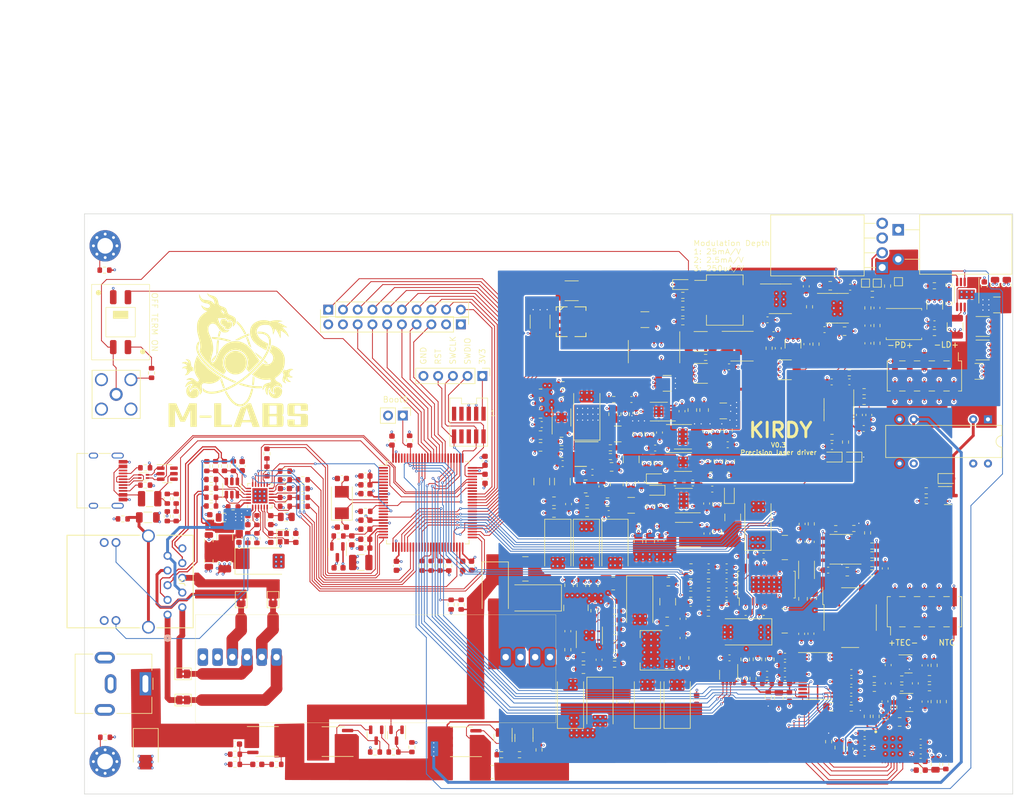
<source format=kicad_pcb>
(kicad_pcb (version 20221018) (generator pcbnew)

  (general
    (thickness 1.6)
  )

  (paper "A4")
  (layers
    (0 "F.Cu" jumper)
    (1 "In1.Cu" signal)
    (2 "In2.Cu" signal)
    (31 "B.Cu" signal)
    (32 "B.Adhes" user "B.Adhesive")
    (33 "F.Adhes" user "F.Adhesive")
    (34 "B.Paste" user)
    (35 "F.Paste" user)
    (36 "B.SilkS" user "B.Silkscreen")
    (37 "F.SilkS" user "F.Silkscreen")
    (38 "B.Mask" user)
    (39 "F.Mask" user)
    (40 "Dwgs.User" user "User.Drawings")
    (41 "Cmts.User" user "User.Comments")
    (42 "Eco1.User" user "User.Eco1")
    (43 "Eco2.User" user "User.Eco2")
    (44 "Edge.Cuts" user)
    (45 "Margin" user)
    (46 "B.CrtYd" user "B.Courtyard")
    (47 "F.CrtYd" user "F.Courtyard")
    (48 "B.Fab" user)
    (49 "F.Fab" user)
    (50 "User.1" user)
    (51 "User.2" user)
    (52 "User.3" user)
    (53 "User.4" user)
    (54 "User.5" user)
    (55 "User.6" user)
    (56 "User.7" user)
    (57 "User.8" user)
    (58 "User.9" user)
  )

  (setup
    (stackup
      (layer "F.SilkS" (type "Top Silk Screen"))
      (layer "F.Paste" (type "Top Solder Paste"))
      (layer "F.Mask" (type "Top Solder Mask") (thickness 0.01))
      (layer "F.Cu" (type "copper") (thickness 0.035))
      (layer "dielectric 1" (type "core") (thickness 0.48) (material "FR4") (epsilon_r 4.5) (loss_tangent 0.02))
      (layer "In1.Cu" (type "copper") (thickness 0.035))
      (layer "dielectric 2" (type "prepreg") (thickness 0.48) (material "FR4") (epsilon_r 4.5) (loss_tangent 0.02))
      (layer "In2.Cu" (type "copper") (thickness 0.035))
      (layer "dielectric 3" (type "core") (thickness 0.48) (material "FR4") (epsilon_r 4.5) (loss_tangent 0.02))
      (layer "B.Cu" (type "copper") (thickness 0.035))
      (layer "B.Mask" (type "Bottom Solder Mask") (thickness 0.01))
      (layer "B.Paste" (type "Bottom Solder Paste"))
      (layer "B.SilkS" (type "Bottom Silk Screen"))
      (copper_finish "ENIG")
      (dielectric_constraints no)
    )
    (pad_to_mask_clearance 0)
    (pcbplotparams
      (layerselection 0x00010fc_ffffffff)
      (plot_on_all_layers_selection 0x0000000_00000000)
      (disableapertmacros false)
      (usegerberextensions true)
      (usegerberattributes false)
      (usegerberadvancedattributes false)
      (creategerberjobfile true)
      (dashed_line_dash_ratio 12.000000)
      (dashed_line_gap_ratio 3.000000)
      (svgprecision 6)
      (plotframeref false)
      (viasonmask false)
      (mode 1)
      (useauxorigin false)
      (hpglpennumber 1)
      (hpglpenspeed 20)
      (hpglpendiameter 15.000000)
      (dxfpolygonmode true)
      (dxfimperialunits true)
      (dxfusepcbnewfont true)
      (psnegative false)
      (psa4output false)
      (plotreference false)
      (plotvalue false)
      (plotinvisibletext false)
      (sketchpadsonfab false)
      (subtractmaskfromsilk true)
      (outputformat 1)
      (mirror false)
      (drillshape 0)
      (scaleselection 1)
      (outputdirectory "gerbers")
    )
  )

  (net 0 "")
  (net 1 "+5VA")
  (net 2 "GND")
  (net 3 "Net-(U1-VOUT_F)")
  (net 4 "Net-(U4--)")
  (net 5 "Net-(U2-OUT)")
  (net 6 "Net-(U4-+)")
  (net 7 "+9VA")
  (net 8 "-6V")
  (net 9 "+15V")
  (net 10 "Net-(U6-+)")
  (net 11 "Net-(C13-Pad2)")
  (net 12 "/MCU/PD_MON")
  (net 13 "Net-(C18-Pad2)")
  (net 14 "Net-(C18-Pad1)")
  (net 15 "Net-(U5B-+)")
  (net 16 "+3V3")
  (net 17 "Net-(U6--)")
  (net 18 "Net-(Q2-G)")
  (net 19 "/MCU/VREF")
  (net 20 "+12V")
  (net 21 "Net-(C25-Pad2)")
  (net 22 "Net-(C26-Pad2)")
  (net 23 "Net-(C26-Pad1)")
  (net 24 "Net-(C27-Pad1)")
  (net 25 "/driveStage/PD_C")
  (net 26 "Net-(C28-Pad1)")
  (net 27 "-9V")
  (net 28 "IN")
  (net 29 "Net-(U8-VCAP_1)")
  (net 30 "Net-(U8-VCAP_2)")
  (net 31 "Net-(C52-Pad1)")
  (net 32 "Net-(U8-PH0)")
  (net 33 "Net-(U8-PH1)")
  (net 34 "/MCU/VDDA")
  (net 35 "Net-(D6-K)")
  (net 36 "Net-(D5-A)")
  (net 37 "Net-(U9-C+)")
  (net 38 "Net-(D5-K)")
  (net 39 "Net-(C57-Pad1)")
  (net 40 "+9V")
  (net 41 "+8V")
  (net 42 "+3.3VA")
  (net 43 "/thermostat/DAC_REF")
  (net 44 "Net-(U9-C-)")
  (net 45 "Net-(D7-A)")
  (net 46 "Net-(U16-PGFB)")
  (net 47 "/thermostat/MAXV")
  (net 48 "/thermostat/MAXIP")
  (net 49 "/thermostat/MAXIN")
  (net 50 "Net-(U11-EN{slash}UV)")
  (net 51 "Net-(U12-EN{slash}UV)")
  (net 52 "Net-(U13-EN{slash}UV)")
  (net 53 "/MCU/TEC_ISEN")
  (net 54 "Net-(U15-EN{slash}UV)")
  (net 55 "/MCU/TEC_VREF")
  (net 56 "Net-(U14-EN{slash}UV)")
  (net 57 "Net-(U11-SET)")
  (net 58 "Net-(U16-SET)")
  (net 59 "+5V")
  (net 60 "Net-(U12-SET)")
  (net 61 "Net-(U13-SET)")
  (net 62 "Net-(U14-SET)")
  (net 63 "Net-(U15-SET)")
  (net 64 "Net-(U19-REGCAPD)")
  (net 65 "Net-(U18-REGCAPD)")
  (net 66 "Net-(U21-CTLI)")
  (net 67 "Net-(U18-REFOUT)")
  (net 68 "Net-(U18-REGCAPA)")
  (net 69 "Net-(U19-REGCAPA)")
  (net 70 "Net-(U21-COMP)")
  (net 71 "Net-(U21-CS)")
  (net 72 "Net-(U21-OS2)")
  (net 73 "/Ehternet/AVDDT_PHY")
  (net 74 "/Ehternet/ETH_SHIELD")
  (net 75 "Net-(U23-VIN)")
  (net 76 "Net-(U23-SS{slash}TR)")
  (net 77 "/MCU/RST")
  (net 78 "Net-(FB12-Pad1)")
  (net 79 "/thermostat/TEC+")
  (net 80 "/thermostat/TEC-")
  (net 81 "Net-(U23-BOOT)")
  (net 82 "/MCU/USB_DP")
  (net 83 "/MCU/USB_DN")
  (net 84 "/MCU/SWDIO")
  (net 85 "/MCU/SWCLK")
  (net 86 "Net-(U23-COMP)")
  (net 87 "Net-(Q3-E)")
  (net 88 "Net-(D10-A1)")
  (net 89 "Net-(Q4-G)")
  (net 90 "Net-(U24-VI)")
  (net 91 "Net-(U26-XTAL2)")
  (net 92 "Net-(U26-XTAL1)")
  (net 93 "Net-(U26-VDDCR)")
  (net 94 "Net-(D1-A2)")
  (net 95 "/driveStage/LD-")
  (net 96 "/thermostat/NTC+")
  (net 97 "/thermostat/NTC-")
  (net 98 "Net-(D4-A)")
  (net 99 "Net-(U27-VBUS)")
  (net 100 "Net-(L3-Pad1)")
  (net 101 "Net-(U21-OS1)")
  (net 102 "Net-(FL2-Pad4)")
  (net 103 "Net-(FL2-Pad1)")
  (net 104 "Net-(J4-Pin_8)")
  (net 105 "Net-(J4-Pin_7)")
  (net 106 "Net-(J4-Pin_6)")
  (net 107 "Net-(J4-Pin_5)")
  (net 108 "Net-(J4-Pin_4)")
  (net 109 "Net-(J4-Pin_3)")
  (net 110 "Net-(J5-Pin_10)")
  (net 111 "Net-(J5-Pin_9)")
  (net 112 "Net-(J5-Pin_8)")
  (net 113 "Net-(J5-Pin_7)")
  (net 114 "Net-(J5-Pin_6)")
  (net 115 "Net-(J5-Pin_5)")
  (net 116 "Net-(J5-Pin_4)")
  (net 117 "Net-(J5-Pin_3)")
  (net 118 "Net-(J5-Pin_2)")
  (net 119 "Net-(J5-Pin_1)")
  (net 120 "unconnected-(J6-Pin_6-Pad6)")
  (net 121 "/MCU/PWM_MAXV")
  (net 122 "/MCU/PWM_MAXIP")
  (net 123 "/MCU/PWM_MAXIN")
  (net 124 "unconnected-(J6-Pin_7-Pad7)")
  (net 125 "unconnected-(J6-Pin_8-Pad8)")
  (net 126 "unconnected-(J6-Pin_9-Pad9)")
  (net 127 "/MCU/TEC_VSEN")
  (net 128 "/Ehternet/POE_VC2-")
  (net 129 "/Ehternet/POE_VC1-")
  (net 130 "/MCU/POE_PWR_SRC")
  (net 131 "/Ehternet/RMII_RXD0")
  (net 132 "/Ehternet/POE_VC2+")
  (net 133 "/Ehternet/RMII_RXD1")
  (net 134 "/Ehternet/POE_VC1+")
  (net 135 "/Ehternet/RMII_CRS_DV")
  (net 136 "/Ehternet/RMII_REF_CLK")
  (net 137 "/Ehternet/RMII_MDIO")
  (net 138 "Net-(J9-Pad11)")
  (net 139 "/Ehternet/ETH_LED_1")
  (net 140 "Net-(J9-Pad13)")
  (net 141 "/Ehternet/PHY_TD_P")
  (net 142 "/Ehternet/PHY_TD_N")
  (net 143 "/Ehternet/PHY_RD_P")
  (net 144 "/Ehternet/PHY_RD_N")
  (net 145 "/Ehternet/ETH_LED_2")
  (net 146 "unconnected-(J10-SBU2-PadB8)")
  (net 147 "Net-(J10-CC2)")
  (net 148 "/MCU/USB_VBUS")
  (net 149 "/MCU/LDAC_LOAD")
  (net 150 "/MCU/LDAC_CLK")
  (net 151 "/MCU/LDAC_MOSI")
  (net 152 "/MCU/LDAC_CS")
  (net 153 "/MCU/TADC_SYNC")
  (net 154 "/MCU/TADC_MISO")
  (net 155 "/MCU/TDAC_MOSI")
  (net 156 "/MCU/TADC_CLK")
  (net 157 "/MCU/TDAC_CLK")
  (net 158 "/MCU/TADC_CS")
  (net 159 "/MCU/TDAC_SYNC")
  (net 160 "/MCU/TADC_MOSI")
  (net 161 "unconnected-(J10-SBU1-PadA8)")
  (net 162 "Net-(J10-CC1)")
  (net 163 "Net-(JP1-A)")
  (net 164 "Net-(JP2-B)")
  (net 165 "Net-(JP3-B)")
  (net 166 "Net-(JP4-B)")
  (net 167 "Net-(JP5-B)")
  (net 168 "Net-(L4-Pad1)")
  (net 169 "Net-(Q9-E)")
  (net 170 "Net-(Q1-G)")
  (net 171 "Net-(Q2-S-Pad1)")
  (net 172 "Net-(Q3-B)")
  (net 173 "Net-(Q5-G)")
  (net 174 "/Ehternet/RMII_MDC")
  (net 175 "/Ehternet/PHY_NRST")
  (net 176 "Net-(Q6-B)")
  (net 177 "Net-(Q7-B)")
  (net 178 "Net-(Q8-G)")
  (net 179 "Net-(Q9-B)")
  (net 180 "Net-(R3-Pad2)")
  (net 181 "/Ehternet/RMII_TX_EN")
  (net 182 "/Ehternet/RMII_TXD0")
  (net 183 "/Ehternet/RMII_TXD1")
  (net 184 "Net-(R5-Pad2)")
  (net 185 "Net-(U3--)")
  (net 186 "Net-(U5B--)")
  (net 187 "Net-(U7-OUT)")
  (net 188 "Net-(U8-PE8)")
  (net 189 "Net-(U8-PE9)")
  (net 190 "Net-(U8-PE10)")
  (net 191 "Net-(U8-PE11)")
  (net 192 "Net-(U16-ILIM)")
  (net 193 "Net-(U10-SET)")
  (net 194 "Net-(U17-VFB)")
  (net 195 "Net-(U20B--)")
  (net 196 "Net-(U18-AIN0)")
  (net 197 "Net-(U18-AIN1)")
  (net 198 "Net-(U19-AIN0{slash}REF2-)")
  (net 199 "Net-(U19-AIN1{slash}REF2+)")
  (net 200 "unconnected-(K1-Pad14)")
  (net 201 "Net-(U20A-+)")
  (net 202 "Net-(U20A--)")
  (net 203 "Net-(U23-EN)")
  (net 204 "Net-(U23-RT{slash}CLK)")
  (net 205 "Net-(U23-VSENSE)")
  (net 206 "Net-(U26-RXD0)")
  (net 207 "Net-(U26-RXD1)")
  (net 208 "Net-(U26-CRS_DV)")
  (net 209 "Net-(U26-nINT)")
  (net 210 "Net-(U26-RXER)")
  (net 211 "Net-(U26-RBIAS)")
  (net 212 "Net-(U3-+)")
  (net 213 "Net-(U1-VOUT_S)")
  (net 214 "unconnected-(U2-INV-Pad13)")
  (net 215 "unconnected-(U2-NC-Pad9)")
  (net 216 "unconnected-(U2-RFB-Pad1)")
  (net 217 "unconnected-(U8-PE1-Pad98)")
  (net 218 "unconnected-(U8-PE0-Pad97)")
  (net 219 "unconnected-(U8-PB9-Pad96)")
  (net 220 "unconnected-(U8-PA10-Pad69)")
  (net 221 "unconnected-(U8-PA8-Pad67)")
  (net 222 "unconnected-(U8-PE15-Pad46)")
  (net 223 "unconnected-(U8-PE14-Pad45)")
  (net 224 "/MCU/LD_EN")
  (net 225 "unconnected-(U8-PE13-Pad44)")
  (net 226 "unconnected-(U8-PE12-Pad43)")
  (net 227 "unconnected-(U8-PE7-Pad38)")
  (net 228 "unconnected-(U8-PB2-Pad37)")
  (net 229 "/MCU/TEC_~{SHDN}")
  (net 230 "Net-(H1-Pad1)")
  (net 231 "Net-(H2-Pad1)")
  (net 232 "/MCU/~{LD_SHORT}")
  (net 233 "unconnected-(U8-PC2-Pad17)")
  (net 234 "unconnected-(U8-PC0-Pad15)")
  (net 235 "unconnected-(U8-PC15-Pad9)")
  (net 236 "unconnected-(U8-PC14-Pad8)")
  (net 237 "unconnected-(U8-PC13-Pad7)")
  (net 238 "unconnected-(U8-PE6-Pad5)")
  (net 239 "unconnected-(U8-PE5-Pad4)")
  (net 240 "unconnected-(U8-PE4-Pad3)")
  (net 241 "unconnected-(U8-PE3-Pad2)")
  (net 242 "unconnected-(U8-PE2-Pad1)")
  (net 243 "12Vin")
  (net 244 "unconnected-(U9-NC-Pad12)")
  (net 245 "unconnected-(U9-NC-Pad7)")
  (net 246 "unconnected-(U9-NC-Pad6)")
  (net 247 "unconnected-(U9-NC-Pad3)")
  (net 248 "unconnected-(U9-NC-Pad1)")
  (net 249 "unconnected-(U10-ILIM-Pad5)")
  (net 250 "unconnected-(U11-PG-Pad4)")
  (net 251 "unconnected-(U12-PG-Pad5)")
  (net 252 "unconnected-(U13-PG-Pad4)")
  (net 253 "unconnected-(U14-VIOC-Pad7)")
  (net 254 "unconnected-(U14-PG-Pad4)")
  (net 255 "unconnected-(U15-PG-Pad4)")
  (net 256 "unconnected-(U16-PG-Pad5)")
  (net 257 "unconnected-(U18-GPIO1-Pad20)")
  (net 258 "unconnected-(U18-GPIO0-Pad19)")
  (net 259 "unconnected-(U18-XTAL2{slash}CLKIO-Pad10)")
  (net 260 "unconnected-(U18-XTAL1-Pad9)")
  (net 261 "unconnected-(U19-DNC-Pad3)")
  (net 262 "unconnected-(U19-PDSW-Pad8)")
  (net 263 "unconnected-(U19-XTAL1-Pad9)")
  (net 264 "unconnected-(U19-XTAL2{slash}CLKIO-Pad10)")
  (net 265 "unconnected-(U19-~{ERROR}-Pad15)")
  (net 266 "unconnected-(U19-GPIO0-Pad20)")
  (net 267 "unconnected-(U19-GPIO1-Pad21)")
  (net 268 "unconnected-(U19-GPIO2-Pad22)")
  (net 269 "unconnected-(U19-AIN2-Pad23)")
  (net 270 "unconnected-(U19-AIN3-Pad24)")
  (net 271 "unconnected-(U19-AIN4-Pad25)")
  (net 272 "unconnected-(U19-AIN5-Pad26)")
  (net 273 "unconnected-(U19-AIN6-Pad27)")
  (net 274 "unconnected-(U19-AIN7-Pad28)")
  (net 275 "unconnected-(U19-AIN8-Pad29)")
  (net 276 "unconnected-(U19-GPO3-Pad30)")
  (net 277 "Net-(U20B-+)")
  (net 278 "unconnected-(U22-NC-Pad2)")
  (net 279 "unconnected-(U22-NC-Pad1)")
  (net 280 "unconnected-(U23-PWRGD-Pad14)")
  (net 281 "unconnected-(U27-I{slash}O4-Pad6)")
  (net 282 "unconnected-(U27-I{slash}O3-Pad4)")
  (net 283 "/Ehternet/RJ45_RD_N")
  (net 284 "/Ehternet/RJ45_RD_P")
  (net 285 "/Ehternet/RJ45_TD_N")
  (net 286 "/Ehternet/RJ45_TD_P")
  (net 287 "/thermostat/ADC1_REF")
  (net 288 "/thermostat/ADC1_A3V3")
  (net 289 "/thermostat/ADC1_D3V3")
  (net 290 "/thermostat/ADC2_D3V3")
  (net 291 "/thermostat/ADC2_A3V3")
  (net 292 "/thermostat/ADC2_REF")
  (net 293 "Net-(C124-Pad1)")
  (net 294 "Net-(C125-Pad1)")
  (net 295 "Net-(C126-Pad1)")
  (net 296 "Net-(C156-Pad2)")
  (net 297 "Net-(C157-Pad2)")
  (net 298 "Net-(C166-Pad2)")
  (net 299 "Net-(C167-Pad2)")
  (net 300 "Net-(C177-Pad2)")
  (net 301 "Net-(C178-Pad1)")
  (net 302 "Net-(C179-Pad1)")
  (net 303 "Net-(C187-Pad2)")
  (net 304 "Net-(C188-Pad1)")
  (net 305 "Net-(C208-Pad1)")
  (net 306 "Net-(R7-Pad2)")
  (net 307 "Net-(R23-Pad2)")
  (net 308 "unconnected-(R25-Pad3)")
  (net 309 "Net-(R35-Pad2)")
  (net 310 "Net-(R66-Pad2)")
  (net 311 "Net-(R121-Pad2)")
  (net 312 "Net-(R122-Pad1)")
  (net 313 "unconnected-(J4-Pin_9-Pad9)")
  (net 314 "/MCU/TERM_STAT")

  (footprint "Resistor_SMD:R_0603_1608Metric" (layer "F.Cu") (at 34.544 45.8338 180))

  (footprint "Resistor_SMD:R_0603_1608Metric" (layer "F.Cu") (at 56.4334 91.9319 90))

  (footprint "Capacitor_SMD:C_0603_1608Metric" (layer "F.Cu") (at 34.544 47.3578))

  (footprint "Capacitor_SMD:C_0603_1608Metric" (layer "F.Cu") (at 138.5316 80.9498 90))

  (footprint "Package_TO_SOT_SMD:SOT-23" (layer "F.Cu") (at 50.2782 89.8694 -90))

  (footprint "Capacitor_SMD:C_0805_2012Metric" (layer "F.Cu") (at 103.4288 76.5556 -90))

  (footprint "Inductor_SMD:L_1210_3225Metric" (layer "F.Cu") (at 47.617 60.0964))

  (footprint "Capacitor_SMD:C_0603_1608Metric" (layer "F.Cu") (at 104.4956 63.9706 180))

  (footprint "Capacitor_SMD:C_0603_1608Metric" (layer "F.Cu") (at 78.8126 36.3114 180))

  (footprint "Capacitor_SMD:C_0603_1608Metric" (layer "F.Cu") (at 138.0236 61.1124 90))

  (footprint "Package_QFP:LQFP-100_14x14mm_P0.5mm" (layer "F.Cu") (at 59.182 49.7798))

  (footprint "Capacitor_SMD:C_0603_1608Metric" (layer "F.Cu") (at 104.4956 67.1332 180))

  (footprint "Resistor_SMD:R_0603_1608Metric" (layer "F.Cu") (at 33.0855 94.896))

  (footprint "Resistor_SMD:R_0603_1608Metric" (layer "F.Cu") (at 37.6308 47.3578 180))

  (footprint "Inductor_SMD:L_1008_2520Metric" (layer "F.Cu") (at 91.7448 46.6344 -90))

  (footprint "Capacitor_SMD:C_0603_1608Metric" (layer "F.Cu") (at 110.6875 60.8397))

  (footprint "Capacitor_SMD:C_0805_2012Metric" (layer "F.Cu") (at 94.1832 46.3922 -90))

  (footprint "Resistor_SMD:R_0603_1608Metric" (layer "F.Cu") (at 115.239 80.0856 -90))

  (footprint "Resistor_SMD:R_0603_1608Metric" (layer "F.Cu") (at 37.6308 45.8338 180))

  (footprint "Resistor_SMD:R_0603_1608Metric" (layer "F.Cu") (at 132.1684 85.191))

  (footprint "Resistor_SMD:R_0603_1608Metric" (layer "F.Cu") (at 104.4956 62.3984))

  (footprint "Resistor_SMD:R_0603_1608Metric" (layer "F.Cu") (at 78.35 92.4 90))

  (footprint "Capacitor_SMD:C_0603_1608Metric" (layer "F.Cu") (at 135.0256 22.3134 -90))

  (footprint "Capacitor_SMD:C_0603_1608Metric" (layer "F.Cu") (at 99.3394 50.1786 90))

  (footprint "Diode_SMD:D_SMB" (layer "F.Cu") (at 10.5615 92.364 -90))

  (footprint "Capacitor_SMD:C_0603_1608Metric" (layer "F.Cu") (at 78.8126 32.7046 180))

  (footprint "Resistor_SMD:R_0603_1608Metric" (layer "F.Cu") (at 21.844 50.355))

  (footprint "Resistor_SMD:R_0603_1608Metric" (layer "F.Cu") (at 145.0848 47.7352))

  (footprint "Capacitor_SMD:C_0805_2012Metric" (layer "F.Cu") (at 82.2198 41.2662 180))

  (footprint "Package_SO:SOIC-8-1EP_3.9x4.9mm_P1.27mm_EP2.29x3mm" (layer "F.Cu") (at 119.9378 14.6424))

  (footprint "Capacitor_SMD:C_0805_2012Metric" (layer "F.Cu") (at 86.0044 76.3524 180))

  (footprint "Package_TO_SOT_SMD:SOT-23-6" (layer "F.Cu") (at 25.4 47.2562 90))

  (footprint "Connector_BarrelJack:BarrelJack_CUI_PJ-063AH_Horizontal" (layer "F.Cu") (at 10.5 81 -90))

  (footprint "Capacitor_SMD:C_1812_4532Metric" (layer "F.Cu") (at 154.813 23.4696))

  (footprint "Resistor_SMD:R_0603_1608Metric" (layer "F.Cu") (at 136.144 81.788))

  (footprint "Capacitor_SMD:C_0603_1608Metric" (layer "F.Cu") (at 144.137 91.059))

  (footprint "Resistor_SMD:R_0603_1608Metric" (layer "F.Cu") (at 104.5423 60.8397))

  (footprint "Resistor_SMD:R_0603_1608Metric" (layer "F.Cu") (at 148.463 94.869 90))

  (footprint "Resistor_SMD:R_0603_1608Metric" (layer "F.Cu") (at 107.823 39.7994))

  (footprint "Package_TO_SOT_THT:TO-220F-4_Horizontal_TabDown" (layer "F.Cu") (at 137.5 9.25 90))

  (footprint "Capacitor_SMD:C_0603_1608Metric" (layer "F.Cu") (at 117.6528 79.3496 180))

  (footprint "Capacitor_SMD:C_0603_1608Metric" (layer "F.Cu") (at 99.1108 37.6936 -90))

  (footprint "Capacitor_SMD:C_0603_1608Metric" (layer "F.Cu")
    (tstamp 18b8fa11-6bc8-4019-aac3-0eea023d7ea8)
    (at 113.652 80.0602 -90)
    (descr "Capacitor SMD 0603 (1608 Metric), square (rectangular) end terminal, IPC_7351 nominal, (Body size source: IPC-SM-782 page 76, https://www.pcb-3d.com/wordpress/wp-content/uploads/ipc-sm-782a_amendment_1_and_2.pdf), generated with kicad-footprint-generator")
    (tags "capacitor")
    (property "MFR_PN" "CL10B104KB8NNWC")
    (property "MFR_PN_ALT" "CL10B104KB8NNNL")
    (property "Sheetfile" "thermostat.kicad_sch")
    (property "Sheetname" "thermostat")
    (property "ki_description" "Unpolarized capacitor")
    (property "ki_keywords" "cap capacitor")
    (path "/bda728c0-b189-4e05-8d4f-58a38acf883b/d924e105-c32c-494b-9c01-fb97e5dab91b")
    (attr smd)
    (fp_text reference "C117" (at 0 -1.43 90) (layer "F.SilkS") hide
        (effects (font (size 1 1) (thickness 0.15)))
      (tstamp f9ad1429-39d7-47ea-ada8-5393828a2889)
    )
    (fp_text value "100n" (at 0 1.43 90) (layer "F.Fab")
        (effects (font (size 1 1) (thickness 0.15)))
      (tstamp 8511fbd7-9a6d-4704-946e-99a01089ef2e)
    )
    (fp_text user "${REFERENCE}" (at 0 0 90) (layer "F.Fab")
        (effects (font (size 0.4 0.4) (thickness 0.06)))
      (tstamp c324be00-810c-4b73-bd6d-aca1e4198d27)
    )
    (fp_line (start -0.14058 -0.51) (end 0.14058 -0.51)
      (stroke (width 0.12) (type solid)) (layer "F.SilkS") (tstamp 9b913c31-919e-482b-8fc3-de2474e98775))
    (fp_line (start -0.14058 0.51) (end 0.14058 0.51)
      (stroke (width 0.12) (type solid)) (layer "F.SilkS") (tstamp bffab35a-5e9b-42c4-869d-78ce07d9be2e))
    (fp_line (start -1.48 -0.73) (end 1.48 -0.73)
      (stroke (width 0.05) (type solid)) (layer "F.CrtYd") (tstamp 3c02d922-1ad3-4000-ac9a-976d3c74b0fe))
    (fp_line (start -1.48 0.73) (end -1.48 -0.73)
      (stroke (width 0.05) (type solid)) (layer "F.CrtYd") (tstamp 08eaee24-44e8-4397-8664-3e26a7eefea6))
    (fp_line (start 1.48 -0.73) (end 1.48 0.73)
      (stroke (width 0.05) (type solid)) (layer "F.CrtYd") (tstamp c1035e45-9226-4bec-9cc4-77114eb93383))
    (fp_line (start 1.48 0.73) (end -1.48 0.73)
      (stroke (width 0.05) (type solid)) (layer "F.CrtYd") (tstamp 5cf57a08-cf5a-45c3-b532-b5703819923d))
    (fp_line (start -0.8 -0.4) (end 0.8 -0.4)
      (stroke (width 0.1) (type solid)) (layer "F.Fab") (tstamp 5d825777-9712-4a76-9724-4eb7a337560d))
    (fp_line (start -0.8 0.4) (end -0.8 -0.4)
      (stroke (width 0.1) (type solid)) (layer "F.Fab") (tstamp a4af2e1e-c8f5-48a4-8e64-cd97732269a6))
    (fp_line (start 0.8 -0.4) (end 0.8 0.4)
      (stroke (width 0.1) (type solid)) (layer "F.Fab") (tstamp e1507178-cacb-42b3-8011-07e8ff0daed7))
    (fp_line (start 0.8 0.4) (end -0.8 0.4)
      (stroke (width 0.1) (type solid)) (layer "F.Fab") (tstamp 37c5b365-2faf-454f-8884-8cad7e9d51b0))
    (p
... [4780670 chars truncated]
</source>
